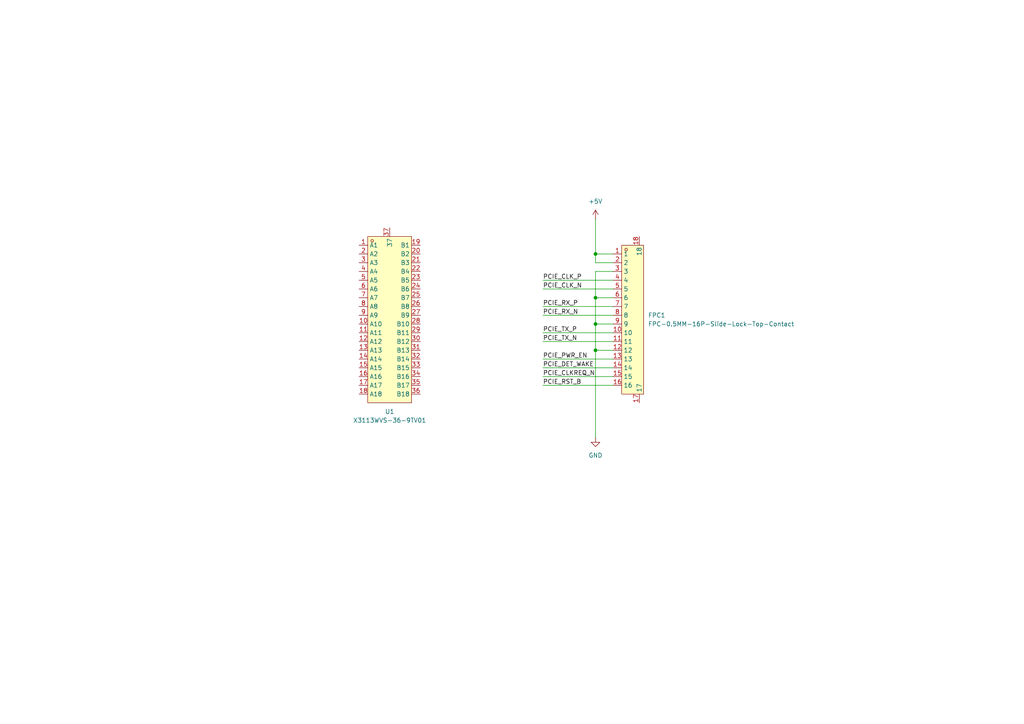
<source format=kicad_sch>
(kicad_sch (version 20250114) (generator "eeschema") (generator_version "9.0")
  (paper "A4")
  (title_block (title "Equip-1 PCIe Connector") (date "2025-09-09") (company "Computer Equipment Group"))
  (lib_symbols
    (symbol "easyeda2kicad:FPC-0.5MM-16P-Slide-Lock-Top-Contact"
      (property "Reference" "FPC" (at 0 29.21 0))
      (property "Value" "FPC-0.5MM-16P-Slide-Lock-Top-Contact" (at 0 -29.21 0))
      (symbol "FPC-0.5MM-16P-Slide-Lock-Top-Contact_0_1"
        (rectangle (start -1.27 21.59) (end 5.08 -21.59) (fill (type background)))
        (circle (center 0 20.32) (radius 0.38))
        (pin unspecified line (at -3.81 19.05 0) (length 2.54) (name "1") (number "1"))
        (pin unspecified line (at -3.81 16.51 0) (length 2.54) (name "2") (number "2"))
        (pin unspecified line (at -3.81 13.97 0) (length 2.54) (name "3") (number "3"))
        (pin unspecified line (at -3.81 11.43 0) (length 2.54) (name "4") (number "4"))
        (pin unspecified line (at -3.81 8.89 0) (length 2.54) (name "5") (number "5"))
        (pin unspecified line (at -3.81 6.35 0) (length 2.54) (name "6") (number "6"))
        (pin unspecified line (at -3.81 3.81 0) (length 2.54) (name "7") (number "7"))
        (pin unspecified line (at -3.81 1.27 0) (length 2.54) (name "8") (number "8"))
        (pin unspecified line (at -3.81 -1.27 0) (length 2.54) (name "9") (number "9"))
        (pin unspecified line (at -3.81 -3.81 0) (length 2.54) (name "10") (number "10"))
        (pin unspecified line (at -3.81 -6.35 0) (length 2.54) (name "11") (number "11"))
        (pin unspecified line (at -3.81 -8.89 0) (length 2.54) (name "12") (number "12"))
        (pin unspecified line (at -3.81 -11.43 0) (length 2.54) (name "13") (number "13"))
        (pin unspecified line (at -3.81 -13.97 0) (length 2.54) (name "14") (number "14"))
        (pin unspecified line (at -3.81 -16.51 0) (length 2.54) (name "15") (number "15"))
        (pin unspecified line (at -3.81 -19.05 0) (length 2.54) (name "16") (number "16"))
        (pin unspecified line (at 3.81 24.13 270) (length 2.54) (name "18") (number "18"))
        (pin unspecified line (at 3.81 -24.13 90) (length 2.54) (name "17") (number "17"))
      )
    )
    (symbol "easyeda2kicad:X3113WVS-36-9TV01"
      (property "Reference" "U" (at 0 31.75 0))
      (property "Value" "X3113WVS-36-9TV01" (at 0 -26.67 0))
      (symbol "X3113WVS-36-9TV01_0_1"
        (rectangle (start -6.35 24.13) (end 6.35 -24.13) (fill (type background)))
        (circle (center -5.08 22.86) (radius 0.38))
        (pin unspecified line (at -8.89 21.59 0) (length 2.54) (name "A1") (number "1"))
        (pin unspecified line (at -8.89 19.05 0) (length 2.54) (name "A2") (number "2"))
        (pin unspecified line (at -8.89 16.51 0) (length 2.54) (name "A3") (number "3"))
        (pin unspecified line (at -8.89 13.97 0) (length 2.54) (name "A4") (number "4"))
        (pin unspecified line (at -8.89 11.43 0) (length 2.54) (name "A5") (number "5"))
        (pin unspecified line (at -8.89 8.89 0) (length 2.54) (name "A6") (number "6"))
        (pin unspecified line (at -8.89 6.35 0) (length 2.54) (name "A7") (number "7"))
        (pin unspecified line (at -8.89 3.81 0) (length 2.54) (name "A8") (number "8"))
        (pin unspecified line (at -8.89 1.27 0) (length 2.54) (name "A9") (number "9"))
        (pin unspecified line (at -8.89 -1.27 0) (length 2.54) (name "A10") (number "10"))
        (pin unspecified line (at -8.89 -3.81 0) (length 2.54) (name "A11") (number "11"))
        (pin unspecified line (at -8.89 -6.35 0) (length 2.54) (name "A12") (number "12"))
        (pin unspecified line (at -8.89 -8.89 0) (length 2.54) (name "A13") (number "13"))
        (pin unspecified line (at -8.89 -11.43 0) (length 2.54) (name "A14") (number "14"))
        (pin unspecified line (at -8.89 -13.97 0) (length 2.54) (name "A15") (number "15"))
        (pin unspecified line (at -8.89 -16.51 0) (length 2.54) (name "A16") (number "16"))
        (pin unspecified line (at -8.89 -19.05 0) (length 2.54) (name "A17") (number "17"))
        (pin unspecified line (at -8.89 -21.59 0) (length 2.54) (name "A18") (number "18"))
        (pin unspecified line (at 0 26.67 270) (length 2.54) (name "37") (number "37"))
        (pin unspecified line (at 8.89 21.59 180) (length 2.54) (name "B1") (number "19"))
        (pin unspecified line (at 8.89 19.05 180) (length 2.54) (name "B2") (number "20"))
        (pin unspecified line (at 8.89 16.51 180) (length 2.54) (name "B3") (number "21"))
        (pin unspecified line (at 8.89 13.97 180) (length 2.54) (name "B4") (number "22"))
        (pin unspecified line (at 8.89 11.43 180) (length 2.54) (name "B5") (number "23"))
        (pin unspecified line (at 8.89 8.89 180) (length 2.54) (name "B6") (number "24"))
        (pin unspecified line (at 8.89 6.35 180) (length 2.54) (name "B7") (number "25"))
        (pin unspecified line (at 8.89 3.81 180) (length 2.54) (name "B8") (number "26"))
        (pin unspecified line (at 8.89 1.27 180) (length 2.54) (name "B9") (number "27"))
        (pin unspecified line (at 8.89 -1.27 180) (length 2.54) (name "B10") (number "28"))
        (pin unspecified line (at 8.89 -3.81 180) (length 2.54) (name "B11") (number "29"))
        (pin unspecified line (at 8.89 -6.35 180) (length 2.54) (name "B12") (number "30"))
        (pin unspecified line (at 8.89 -8.89 180) (length 2.54) (name "B13") (number "31"))
        (pin unspecified line (at 8.89 -11.43 180) (length 2.54) (name "B14") (number "32"))
        (pin unspecified line (at 8.89 -13.97 180) (length 2.54) (name "B15") (number "33"))
        (pin unspecified line (at 8.89 -16.51 180) (length 2.54) (name "B16") (number "34"))
        (pin unspecified line (at 8.89 -19.05 180) (length 2.54) (name "B17") (number "35"))
        (pin unspecified line (at 8.89 -21.59 180) (length 2.54) (name "B18") (number "36"))
      )
    )
    (symbol "power:+5V" (power) (pin_numbers (hide yes)) (pin_names (offset 0) (hide yes))
      (property "Value" "+5V" (at 0 3.556 0))
      (symbol "+5V_0_1"
        (polyline (pts (xy -0.762 1.27) (xy 0 2.54)))
        (polyline (pts (xy 0 2.54) (xy 0.762 1.27)))
        (polyline (pts (xy 0 0) (xy 0 2.54)))
      )
      (symbol "+5V_1_1"
        (pin power_in line (at 0 0 90) (length 0) (name "~") (number "1"))
      )
    )
    (symbol "power:GND" (power) (pin_numbers (hide yes)) (pin_names (offset 0) (hide yes))
      (property "Value" "GND" (at 0 -3.81 0))
      (symbol "GND_0_1"
        (polyline (pts (xy 0 0) (xy 0 -1.27) (xy 1.27 -1.27) (xy 0 -2.54) (xy -1.27 -1.27) (xy 0 -1.27)))
      )
      (symbol "GND_1_1"
        (pin power_in line (at 0 0 270) (length 0) (name "~") (number "1"))
      )
    )
  )
  (junction (at 172.72 86.36))
  (junction (at 172.72 93.98))
  (junction (at 172.72 73.66))
  (junction (at 172.72 101.6))
  (wire (pts (xy 172.72 101.6) (xy 172.72 127)))
  (wire (pts (xy 157.48 99.06) (xy 177.8 99.06)))
  (wire (pts (xy 172.72 76.2) (xy 177.8 76.2)))
  (wire (pts (xy 172.72 78.74) (xy 172.72 86.36)))
  (wire (pts (xy 157.48 96.52) (xy 177.8 96.52)))
  (wire (pts (xy 157.48 106.68) (xy 177.8 106.68)))
  (wire (pts (xy 177.8 73.66) (xy 172.72 73.66)))
  (wire (pts (xy 157.48 109.22) (xy 177.8 109.22)))
  (wire (pts (xy 157.48 81.28) (xy 177.8 81.28)))
  (wire (pts (xy 177.8 78.74) (xy 172.72 78.74)))
  (wire (pts (xy 172.72 86.36) (xy 172.72 93.98)))
  (wire (pts (xy 157.48 111.76) (xy 177.8 111.76)))
  (wire (pts (xy 157.48 104.14) (xy 177.8 104.14)))
  (wire (pts (xy 172.72 93.98) (xy 177.8 93.98)))
  (wire (pts (xy 172.72 101.6) (xy 177.8 101.6)))
  (wire (pts (xy 157.48 83.82) (xy 177.8 83.82)))
  (wire (pts (xy 172.72 86.36) (xy 177.8 86.36)))
  (wire (pts (xy 157.48 88.9) (xy 177.8 88.9)))
  (wire (pts (xy 172.72 93.98) (xy 172.72 101.6)))
  (wire (pts (xy 172.72 73.66) (xy 172.72 76.2)))
  (wire (pts (xy 172.72 63.5) (xy 172.72 73.66)))
  (wire (pts (xy 157.48 91.44) (xy 177.8 91.44)))
  (label "PCIE_PWR_EN" (at 157.48 104.14 0))
  (label "PCIE_CLK_P" (at 157.48 81.28 0))
  (label "PCIE_RST_B" (at 157.48 111.76 0))
  (label "PCIE_RX_P" (at 157.48 88.9 0))
  (label "PCIE_TX_N" (at 157.48 99.06 0))
  (label "PCIE_CLK_N" (at 157.48 83.82 0))
  (label "PCIE_RX_N" (at 157.48 91.44 0))
  (label "PCIE_CLKREQ_N" (at 157.48 109.22 0))
  (label "PCIE_TX_P" (at 157.48 96.52 0))
  (label "PCIE_DET_WAKE" (at 157.48 106.68 0))
  (symbol (lib_id "power:+5V") (at 172.72 63.5 0) (unit 1)
    (property "Reference" "#PWR01" (effects (hide yes)))
    (property "Value" "+5V" (at 172.72 58.42 0))
    (property "Description" "Power symbol creates a global label with name \"+5V\"" (effects (hide yes)))
  )
  (symbol (lib_id "easyeda2kicad:FPC-0.5MM-16P-Slide-Lock-Top-Contact") (at 181.61 92.71 0) (unit 1)
    (property "Reference" "FPC1" (at 187.96 91.4399 0) (effects (justify left)))
    (property "Value" "FPC-0.5MM-16P-Slide-Lock-Top-Contact" (at 187.96 93.9799 0) (effects (justify left)))
    (property "Footprint" "easyeda2kicad:FPC-SMD_16P-P0.50_AFC07-S16ECC-00" (effects (hide yes)))
    (property "Datasheet" "https://lcsc.com/product-detail/FPC-Connectors_FPC-0-5mmpitch-16P-H2-0mm-Pull-type-Pick-up_C11088.html" (effects (hide yes)))
    (property "LCSC Part" "C11088" (effects (hide yes)))
  )
  (symbol (lib_id "easyeda2kicad:X3113WVS-36-9TV01") (at 113.03 92.71 0) (unit 1)
    (property "Reference" "U1" (at 113.03 119.38 0))
    (property "Value" "X3113WVS-36-9TV01" (at 113.03 121.92 0))
    (property "Footprint" "easyeda2kicad:CONN-SMD_X3113WVS-36-9TV01" (effects (hide yes)))
    (property "LCSC Part" "C5711223" (effects (hide yes)))
  )
  (symbol (lib_id "power:GND") (at 172.72 127 0) (unit 1)
    (property "Reference" "#PWR02" (effects (hide yes)))
    (property "Value" "GND" (at 172.72 132.08 0))
    (property "Description" "Power symbol creates a global label with name \"GND\" , ground" (effects (hide yes)))
  )
)
</source>
